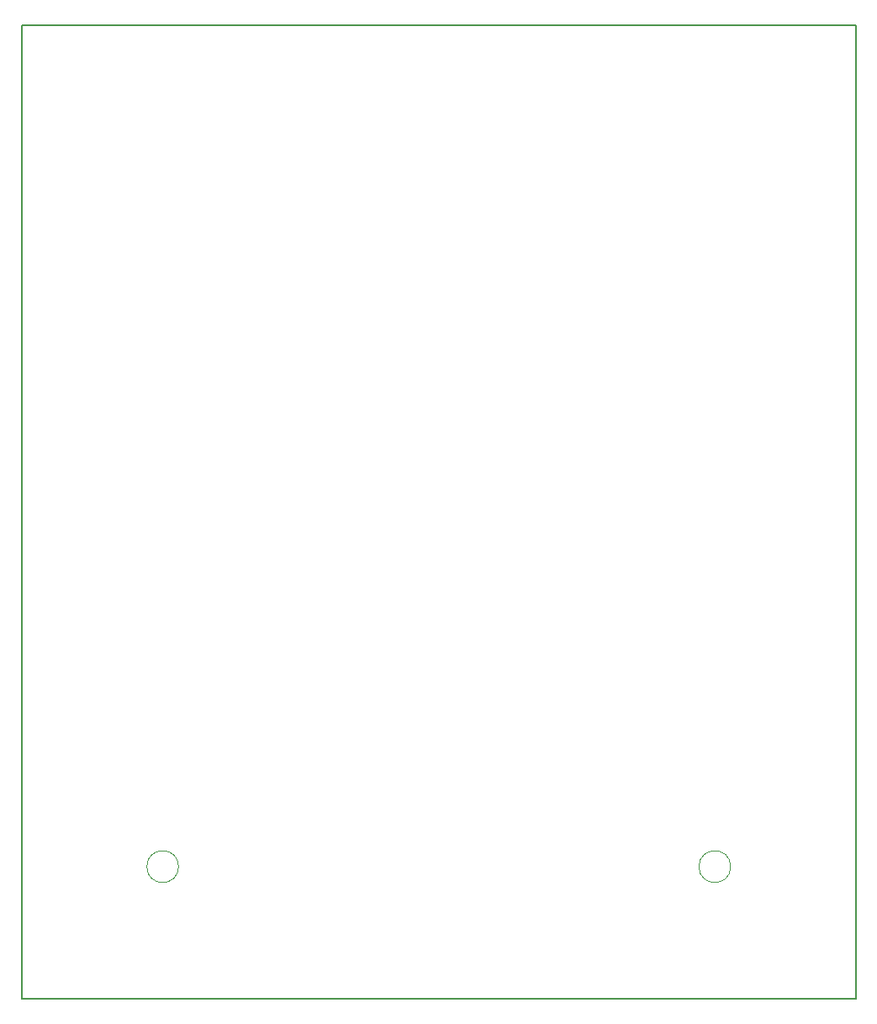
<source format=gbr>
%TF.GenerationSoftware,KiCad,Pcbnew,9.0.3*%
%TF.CreationDate,2025-08-05T14:59:21-07:00*%
%TF.ProjectId,Joule Chief,4a6f756c-6520-4436-9869-65662e6b6963,R1*%
%TF.SameCoordinates,Original*%
%TF.FileFunction,Profile,NP*%
%FSLAX46Y46*%
G04 Gerber Fmt 4.6, Leading zero omitted, Abs format (unit mm)*
G04 Created by KiCad (PCBNEW 9.0.3) date 2025-08-05 14:59:21*
%MOMM*%
%LPD*%
G01*
G04 APERTURE LIST*
%TA.AperFunction,Profile*%
%ADD10C,0.150000*%
%TD*%
%TA.AperFunction,Profile*%
%ADD11C,0.100000*%
%TD*%
G04 APERTURE END LIST*
D10*
X89750000Y-28306250D02*
X173750000Y-28306250D01*
X173750000Y-126306250D01*
X89750000Y-126306250D01*
X89750000Y-28306250D01*
D11*
%TO.C,LITH1*%
X105550000Y-113000000D02*
G75*
G02*
X102350000Y-113000000I-1600000J0D01*
G01*
X102350000Y-113000000D02*
G75*
G02*
X105550000Y-113000000I1600000J0D01*
G01*
X161150000Y-113000000D02*
G75*
G02*
X157950000Y-113000000I-1600000J0D01*
G01*
X157950000Y-113000000D02*
G75*
G02*
X161150000Y-113000000I1600000J0D01*
G01*
%TD*%
M02*

</source>
